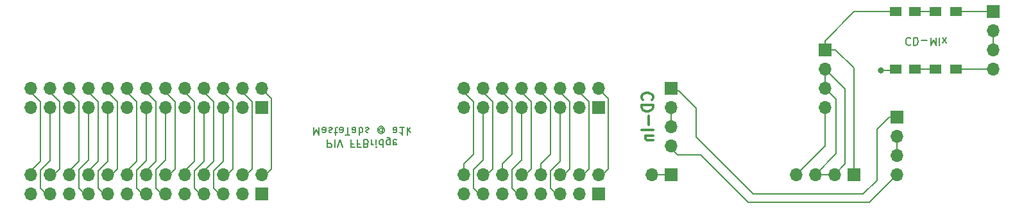
<source format=gbl>
G04 #@! TF.GenerationSoftware,KiCad,Pcbnew,5.1.5*
G04 #@! TF.CreationDate,2020-05-29T23:05:44+02:00*
G04 #@! TF.ProjectId,FFBridge,46464272-6964-4676-952e-6b696361645f,rev?*
G04 #@! TF.SameCoordinates,Original*
G04 #@! TF.FileFunction,Copper,L2,Bot*
G04 #@! TF.FilePolarity,Positive*
%FSLAX46Y46*%
G04 Gerber Fmt 4.6, Leading zero omitted, Abs format (unit mm)*
G04 Created by KiCad (PCBNEW 5.1.5) date 2020-05-29 23:05:44*
%MOMM*%
%LPD*%
G04 APERTURE LIST*
%ADD10C,0.150000*%
%ADD11C,0.300000*%
%ADD12O,1.700000X1.700000*%
%ADD13R,1.700000X1.700000*%
%ADD14R,1.500000X1.300000*%
%ADD15R,1.500000X1.250000*%
%ADD16C,0.800000*%
%ADD17C,0.203200*%
G04 APERTURE END LIST*
D10*
X212606190Y-98829857D02*
X212558571Y-98782238D01*
X212415714Y-98734619D01*
X212320476Y-98734619D01*
X212177619Y-98782238D01*
X212082380Y-98877476D01*
X212034761Y-98972714D01*
X211987142Y-99163190D01*
X211987142Y-99306047D01*
X212034761Y-99496523D01*
X212082380Y-99591761D01*
X212177619Y-99687000D01*
X212320476Y-99734619D01*
X212415714Y-99734619D01*
X212558571Y-99687000D01*
X212606190Y-99639380D01*
X213034761Y-98734619D02*
X213034761Y-99734619D01*
X213272857Y-99734619D01*
X213415714Y-99687000D01*
X213510952Y-99591761D01*
X213558571Y-99496523D01*
X213606190Y-99306047D01*
X213606190Y-99163190D01*
X213558571Y-98972714D01*
X213510952Y-98877476D01*
X213415714Y-98782238D01*
X213272857Y-98734619D01*
X213034761Y-98734619D01*
X214034761Y-99115571D02*
X214796666Y-99115571D01*
X215272857Y-98734619D02*
X215272857Y-99734619D01*
X215606190Y-99020333D01*
X215939523Y-99734619D01*
X215939523Y-98734619D01*
X216415714Y-98734619D02*
X216415714Y-99401285D01*
X216415714Y-99734619D02*
X216368095Y-99687000D01*
X216415714Y-99639380D01*
X216463333Y-99687000D01*
X216415714Y-99734619D01*
X216415714Y-99639380D01*
X216796666Y-98734619D02*
X217320476Y-99401285D01*
X216796666Y-99401285D02*
X217320476Y-98734619D01*
X135660380Y-112259619D02*
X135660380Y-113259619D01*
X136041333Y-113259619D01*
X136136571Y-113212000D01*
X136184190Y-113164380D01*
X136231809Y-113069142D01*
X136231809Y-112926285D01*
X136184190Y-112831047D01*
X136136571Y-112783428D01*
X136041333Y-112735809D01*
X135660380Y-112735809D01*
X136660380Y-112259619D02*
X136660380Y-113259619D01*
X136993714Y-113259619D02*
X137327047Y-112259619D01*
X137660380Y-113259619D01*
X139088952Y-112783428D02*
X138755619Y-112783428D01*
X138755619Y-112259619D02*
X138755619Y-113259619D01*
X139231809Y-113259619D01*
X139946095Y-112783428D02*
X139612761Y-112783428D01*
X139612761Y-112259619D02*
X139612761Y-113259619D01*
X140088952Y-113259619D01*
X140803238Y-112783428D02*
X140946095Y-112735809D01*
X140993714Y-112688190D01*
X141041333Y-112592952D01*
X141041333Y-112450095D01*
X140993714Y-112354857D01*
X140946095Y-112307238D01*
X140850857Y-112259619D01*
X140469904Y-112259619D01*
X140469904Y-113259619D01*
X140803238Y-113259619D01*
X140898476Y-113212000D01*
X140946095Y-113164380D01*
X140993714Y-113069142D01*
X140993714Y-112973904D01*
X140946095Y-112878666D01*
X140898476Y-112831047D01*
X140803238Y-112783428D01*
X140469904Y-112783428D01*
X141469904Y-112259619D02*
X141469904Y-112926285D01*
X141469904Y-112735809D02*
X141517523Y-112831047D01*
X141565142Y-112878666D01*
X141660380Y-112926285D01*
X141755619Y-112926285D01*
X142088952Y-112259619D02*
X142088952Y-112926285D01*
X142088952Y-113259619D02*
X142041333Y-113212000D01*
X142088952Y-113164380D01*
X142136571Y-113212000D01*
X142088952Y-113259619D01*
X142088952Y-113164380D01*
X142993714Y-112259619D02*
X142993714Y-113259619D01*
X142993714Y-112307238D02*
X142898476Y-112259619D01*
X142708000Y-112259619D01*
X142612761Y-112307238D01*
X142565142Y-112354857D01*
X142517523Y-112450095D01*
X142517523Y-112735809D01*
X142565142Y-112831047D01*
X142612761Y-112878666D01*
X142708000Y-112926285D01*
X142898476Y-112926285D01*
X142993714Y-112878666D01*
X143898476Y-112926285D02*
X143898476Y-112116761D01*
X143850857Y-112021523D01*
X143803238Y-111973904D01*
X143708000Y-111926285D01*
X143565142Y-111926285D01*
X143469904Y-111973904D01*
X143898476Y-112307238D02*
X143803238Y-112259619D01*
X143612761Y-112259619D01*
X143517523Y-112307238D01*
X143469904Y-112354857D01*
X143422285Y-112450095D01*
X143422285Y-112735809D01*
X143469904Y-112831047D01*
X143517523Y-112878666D01*
X143612761Y-112926285D01*
X143803238Y-112926285D01*
X143898476Y-112878666D01*
X144755619Y-112307238D02*
X144660380Y-112259619D01*
X144469904Y-112259619D01*
X144374666Y-112307238D01*
X144327047Y-112402476D01*
X144327047Y-112783428D01*
X144374666Y-112878666D01*
X144469904Y-112926285D01*
X144660380Y-112926285D01*
X144755619Y-112878666D01*
X144803238Y-112783428D01*
X144803238Y-112688190D01*
X144327047Y-112592952D01*
X133850857Y-110609619D02*
X133850857Y-111609619D01*
X134184190Y-110895333D01*
X134517523Y-111609619D01*
X134517523Y-110609619D01*
X135422285Y-110609619D02*
X135422285Y-111133428D01*
X135374666Y-111228666D01*
X135279428Y-111276285D01*
X135088952Y-111276285D01*
X134993714Y-111228666D01*
X135422285Y-110657238D02*
X135327047Y-110609619D01*
X135088952Y-110609619D01*
X134993714Y-110657238D01*
X134946095Y-110752476D01*
X134946095Y-110847714D01*
X134993714Y-110942952D01*
X135088952Y-110990571D01*
X135327047Y-110990571D01*
X135422285Y-111038190D01*
X135850857Y-110657238D02*
X135946095Y-110609619D01*
X136136571Y-110609619D01*
X136231809Y-110657238D01*
X136279428Y-110752476D01*
X136279428Y-110800095D01*
X136231809Y-110895333D01*
X136136571Y-110942952D01*
X135993714Y-110942952D01*
X135898476Y-110990571D01*
X135850857Y-111085809D01*
X135850857Y-111133428D01*
X135898476Y-111228666D01*
X135993714Y-111276285D01*
X136136571Y-111276285D01*
X136231809Y-111228666D01*
X136565142Y-111276285D02*
X136946095Y-111276285D01*
X136708000Y-111609619D02*
X136708000Y-110752476D01*
X136755619Y-110657238D01*
X136850857Y-110609619D01*
X136946095Y-110609619D01*
X137708000Y-110609619D02*
X137708000Y-111133428D01*
X137660380Y-111228666D01*
X137565142Y-111276285D01*
X137374666Y-111276285D01*
X137279428Y-111228666D01*
X137708000Y-110657238D02*
X137612761Y-110609619D01*
X137374666Y-110609619D01*
X137279428Y-110657238D01*
X137231809Y-110752476D01*
X137231809Y-110847714D01*
X137279428Y-110942952D01*
X137374666Y-110990571D01*
X137612761Y-110990571D01*
X137708000Y-111038190D01*
X138041333Y-111609619D02*
X138612761Y-111609619D01*
X138327047Y-110609619D02*
X138327047Y-111609619D01*
X139374666Y-110609619D02*
X139374666Y-111133428D01*
X139327047Y-111228666D01*
X139231809Y-111276285D01*
X139041333Y-111276285D01*
X138946095Y-111228666D01*
X139374666Y-110657238D02*
X139279428Y-110609619D01*
X139041333Y-110609619D01*
X138946095Y-110657238D01*
X138898476Y-110752476D01*
X138898476Y-110847714D01*
X138946095Y-110942952D01*
X139041333Y-110990571D01*
X139279428Y-110990571D01*
X139374666Y-111038190D01*
X139850857Y-110609619D02*
X139850857Y-111609619D01*
X139850857Y-111228666D02*
X139946095Y-111276285D01*
X140136571Y-111276285D01*
X140231809Y-111228666D01*
X140279428Y-111181047D01*
X140327047Y-111085809D01*
X140327047Y-110800095D01*
X140279428Y-110704857D01*
X140231809Y-110657238D01*
X140136571Y-110609619D01*
X139946095Y-110609619D01*
X139850857Y-110657238D01*
X140708000Y-110657238D02*
X140803238Y-110609619D01*
X140993714Y-110609619D01*
X141088952Y-110657238D01*
X141136571Y-110752476D01*
X141136571Y-110800095D01*
X141088952Y-110895333D01*
X140993714Y-110942952D01*
X140850857Y-110942952D01*
X140755619Y-110990571D01*
X140708000Y-111085809D01*
X140708000Y-111133428D01*
X140755619Y-111228666D01*
X140850857Y-111276285D01*
X140993714Y-111276285D01*
X141088952Y-111228666D01*
X142946095Y-111085809D02*
X142898476Y-111133428D01*
X142803238Y-111181047D01*
X142708000Y-111181047D01*
X142612761Y-111133428D01*
X142565142Y-111085809D01*
X142517523Y-110990571D01*
X142517523Y-110895333D01*
X142565142Y-110800095D01*
X142612761Y-110752476D01*
X142708000Y-110704857D01*
X142803238Y-110704857D01*
X142898476Y-110752476D01*
X142946095Y-110800095D01*
X142946095Y-111181047D02*
X142946095Y-110800095D01*
X142993714Y-110752476D01*
X143041333Y-110752476D01*
X143136571Y-110800095D01*
X143184190Y-110895333D01*
X143184190Y-111133428D01*
X143088952Y-111276285D01*
X142946095Y-111371523D01*
X142755619Y-111419142D01*
X142565142Y-111371523D01*
X142422285Y-111276285D01*
X142327047Y-111133428D01*
X142279428Y-110942952D01*
X142327047Y-110752476D01*
X142422285Y-110609619D01*
X142565142Y-110514380D01*
X142755619Y-110466761D01*
X142946095Y-110514380D01*
X143088952Y-110609619D01*
X144803238Y-110609619D02*
X144803238Y-111133428D01*
X144755619Y-111228666D01*
X144660380Y-111276285D01*
X144469904Y-111276285D01*
X144374666Y-111228666D01*
X144803238Y-110657238D02*
X144708000Y-110609619D01*
X144469904Y-110609619D01*
X144374666Y-110657238D01*
X144327047Y-110752476D01*
X144327047Y-110847714D01*
X144374666Y-110942952D01*
X144469904Y-110990571D01*
X144708000Y-110990571D01*
X144803238Y-111038190D01*
X145803238Y-110609619D02*
X145231809Y-110609619D01*
X145517523Y-110609619D02*
X145517523Y-111609619D01*
X145422285Y-111466761D01*
X145327047Y-111371523D01*
X145231809Y-111323904D01*
X146231809Y-110609619D02*
X146231809Y-111609619D01*
X146327047Y-110990571D02*
X146612761Y-110609619D01*
X146612761Y-111276285D02*
X146231809Y-110895333D01*
D11*
X178462714Y-106970000D02*
X178534142Y-106898571D01*
X178605571Y-106684285D01*
X178605571Y-106541428D01*
X178534142Y-106327142D01*
X178391285Y-106184285D01*
X178248428Y-106112857D01*
X177962714Y-106041428D01*
X177748428Y-106041428D01*
X177462714Y-106112857D01*
X177319857Y-106184285D01*
X177177000Y-106327142D01*
X177105571Y-106541428D01*
X177105571Y-106684285D01*
X177177000Y-106898571D01*
X177248428Y-106970000D01*
X178605571Y-107612857D02*
X177105571Y-107612857D01*
X177105571Y-107970000D01*
X177177000Y-108184285D01*
X177319857Y-108327142D01*
X177462714Y-108398571D01*
X177748428Y-108470000D01*
X177962714Y-108470000D01*
X178248428Y-108398571D01*
X178391285Y-108327142D01*
X178534142Y-108184285D01*
X178605571Y-107970000D01*
X178605571Y-107612857D01*
X178034142Y-109112857D02*
X178034142Y-110255714D01*
X178605571Y-110970000D02*
X177105571Y-110970000D01*
X177605571Y-111684285D02*
X178605571Y-111684285D01*
X177748428Y-111684285D02*
X177677000Y-111755714D01*
X177605571Y-111898571D01*
X177605571Y-112112857D01*
X177677000Y-112255714D01*
X177819857Y-112327142D01*
X178605571Y-112327142D01*
D12*
X178435000Y-116840000D03*
D13*
X180975000Y-116840000D03*
D12*
X180975000Y-113030000D03*
X180975000Y-110490000D03*
X180975000Y-107950000D03*
D13*
X180975000Y-105410000D03*
D12*
X201295000Y-107950000D03*
X201295000Y-105410000D03*
X201295000Y-102870000D03*
D13*
X201295000Y-100330000D03*
D14*
X215883500Y-102933500D03*
X218583500Y-102933500D03*
X215883500Y-95283500D03*
X218583500Y-95283500D03*
D12*
X223520000Y-102870000D03*
X223520000Y-100330000D03*
X223520000Y-97790000D03*
D13*
X223520000Y-95250000D03*
D12*
X210820000Y-116840000D03*
X210820000Y-114300000D03*
X210820000Y-111760000D03*
D13*
X210820000Y-109220000D03*
D15*
X210649500Y-102933500D03*
X213149500Y-102933500D03*
X210649500Y-95283500D03*
X213149500Y-95283500D03*
D12*
X197485000Y-116840000D03*
X200025000Y-116840000D03*
X202565000Y-116840000D03*
D13*
X205105000Y-116840000D03*
D12*
X153670000Y-116840000D03*
X153670000Y-119380000D03*
X156210000Y-116840000D03*
X156210000Y-119380000D03*
X158750000Y-116840000D03*
X158750000Y-119380000D03*
X161290000Y-116840000D03*
X161290000Y-119380000D03*
X163830000Y-116840000D03*
X163830000Y-119380000D03*
X166370000Y-116840000D03*
X166370000Y-119380000D03*
X168910000Y-116840000D03*
X168910000Y-119380000D03*
X171450000Y-116840000D03*
D13*
X171450000Y-119380000D03*
D12*
X96520000Y-116840000D03*
X96520000Y-119380000D03*
X99060000Y-116840000D03*
X99060000Y-119380000D03*
X101600000Y-116840000D03*
X101600000Y-119380000D03*
X104140000Y-116840000D03*
X104140000Y-119380000D03*
X106680000Y-116840000D03*
X106680000Y-119380000D03*
X109220000Y-116840000D03*
X109220000Y-119380000D03*
X111760000Y-116840000D03*
X111760000Y-119380000D03*
X114300000Y-116840000D03*
X114300000Y-119380000D03*
X116840000Y-116840000D03*
X116840000Y-119380000D03*
X119380000Y-116840000D03*
X119380000Y-119380000D03*
X121920000Y-116840000D03*
X121920000Y-119380000D03*
X124460000Y-116840000D03*
X124460000Y-119380000D03*
X127000000Y-116840000D03*
D13*
X127000000Y-119380000D03*
D12*
X153670000Y-105410000D03*
X153670000Y-107950000D03*
X156210000Y-105410000D03*
X156210000Y-107950000D03*
X158750000Y-105410000D03*
X158750000Y-107950000D03*
X161290000Y-105410000D03*
X161290000Y-107950000D03*
X163830000Y-105410000D03*
X163830000Y-107950000D03*
X166370000Y-105410000D03*
X166370000Y-107950000D03*
X168910000Y-105410000D03*
X168910000Y-107950000D03*
X171450000Y-105410000D03*
D13*
X171450000Y-107950000D03*
D12*
X96520000Y-105410000D03*
X96520000Y-107950000D03*
X99060000Y-105410000D03*
X99060000Y-107950000D03*
X101600000Y-105410000D03*
X101600000Y-107950000D03*
X104140000Y-105410000D03*
X104140000Y-107950000D03*
X106680000Y-105410000D03*
X106680000Y-107950000D03*
X109220000Y-105410000D03*
X109220000Y-107950000D03*
X111760000Y-105410000D03*
X111760000Y-107950000D03*
X114300000Y-105410000D03*
X114300000Y-107950000D03*
X116840000Y-105410000D03*
X116840000Y-107950000D03*
X119380000Y-105410000D03*
X119380000Y-107950000D03*
X121920000Y-105410000D03*
X121920000Y-107950000D03*
X124460000Y-105410000D03*
X124460000Y-107950000D03*
X127000000Y-105410000D03*
D13*
X127000000Y-107950000D03*
D16*
X208661000Y-103060500D03*
D17*
X96520000Y-116332000D02*
X96520000Y-117348000D01*
X97790000Y-115062000D02*
X96520000Y-116332000D01*
X96520000Y-105918000D02*
X97790000Y-107188000D01*
X97790000Y-107188000D02*
X97790000Y-115062000D01*
X210820000Y-114300000D02*
X210820000Y-111760000D01*
X180975000Y-109668919D02*
X180975000Y-108331000D01*
X180975000Y-110871000D02*
X180975000Y-109668919D01*
X178435000Y-116840000D02*
X180975000Y-116840000D01*
X154940000Y-114173000D02*
X153670000Y-115443000D01*
X153670000Y-115443000D02*
X153670000Y-117348000D01*
X153670000Y-105918000D02*
X154940000Y-107188000D01*
X154940000Y-107188000D02*
X154940000Y-114173000D01*
X98210001Y-119038001D02*
X99060000Y-119888000D01*
X97790000Y-118618000D02*
X98210001Y-119038001D01*
X97790000Y-116268500D02*
X97790000Y-118618000D01*
X99060000Y-108458000D02*
X99060000Y-114998500D01*
X99060000Y-114998500D02*
X97790000Y-116268500D01*
X101600000Y-116332000D02*
X101600000Y-117348000D01*
X101600000Y-105918000D02*
X102870000Y-107188000D01*
X102870000Y-115062000D02*
X101600000Y-116332000D01*
X102870000Y-107188000D02*
X102870000Y-115062000D01*
X104140000Y-116332000D02*
X104140000Y-117348000D01*
X104140000Y-105918000D02*
X105410000Y-107188000D01*
X105410000Y-115062000D02*
X104140000Y-116332000D01*
X105410000Y-107188000D02*
X105410000Y-115062000D01*
X102870000Y-118618000D02*
X103290001Y-119038001D01*
X104140000Y-108458000D02*
X104140000Y-114935000D01*
X103290001Y-119038001D02*
X104140000Y-119888000D01*
X102870000Y-116205000D02*
X102870000Y-118618000D01*
X104140000Y-114935000D02*
X102870000Y-116205000D01*
X107529999Y-116498001D02*
X106680000Y-117348000D01*
X107950000Y-116078000D02*
X107529999Y-116498001D01*
X106680000Y-105918000D02*
X107950000Y-107188000D01*
X107950000Y-107188000D02*
X107950000Y-116078000D01*
X105410000Y-116332000D02*
X105410000Y-118618000D01*
X105830001Y-119038001D02*
X106680000Y-119888000D01*
X105410000Y-118618000D02*
X105830001Y-119038001D01*
X106680000Y-108458000D02*
X106680000Y-115062000D01*
X106680000Y-115062000D02*
X105410000Y-116332000D01*
X109220000Y-116332000D02*
X109220000Y-117348000D01*
X110490000Y-115062000D02*
X109220000Y-116332000D01*
X109220000Y-105918000D02*
X110490000Y-107188000D01*
X110490000Y-107188000D02*
X110490000Y-115062000D01*
X111760000Y-116332000D02*
X111760000Y-117348000D01*
X111760000Y-105918000D02*
X113030000Y-107188000D01*
X113030000Y-115062000D02*
X111760000Y-116332000D01*
X113030000Y-107188000D02*
X113030000Y-115062000D01*
X110910001Y-119038001D02*
X111760000Y-119888000D01*
X110490000Y-118618000D02*
X110910001Y-119038001D01*
X110490000Y-116268500D02*
X110490000Y-118618000D01*
X111760000Y-114998500D02*
X110490000Y-116268500D01*
X111760000Y-108458000D02*
X111760000Y-114998500D01*
X115149999Y-116498001D02*
X114300000Y-117348000D01*
X115570000Y-116078000D02*
X115149999Y-116498001D01*
X114300000Y-105918000D02*
X115570000Y-107188000D01*
X115570000Y-107188000D02*
X115570000Y-116078000D01*
X113030000Y-118618000D02*
X113450001Y-119038001D01*
X113030000Y-116205000D02*
X113030000Y-118618000D01*
X113450001Y-119038001D02*
X114300000Y-119888000D01*
X114300000Y-114935000D02*
X113030000Y-116205000D01*
X114300000Y-108458000D02*
X114300000Y-114935000D01*
X118110000Y-115062000D02*
X116840000Y-116332000D01*
X116840000Y-116332000D02*
X116840000Y-117348000D01*
X116840000Y-105918000D02*
X118110000Y-107188000D01*
X118110000Y-107188000D02*
X118110000Y-115062000D01*
X119380000Y-116332000D02*
X119380000Y-117348000D01*
X120650000Y-115062000D02*
X119380000Y-116332000D01*
X119380000Y-105918000D02*
X120650000Y-107188000D01*
X120650000Y-107188000D02*
X120650000Y-115062000D01*
X118530001Y-119038001D02*
X119380000Y-119888000D01*
X118110000Y-118618000D02*
X118530001Y-119038001D01*
X119380000Y-108458000D02*
X119380000Y-115062000D01*
X118110000Y-116332000D02*
X118110000Y-118618000D01*
X119380000Y-115062000D02*
X118110000Y-116332000D01*
X122769999Y-116498001D02*
X121920000Y-117348000D01*
X123190000Y-116078000D02*
X122769999Y-116498001D01*
X121920000Y-105918000D02*
X123190000Y-107188000D01*
X123190000Y-107188000D02*
X123190000Y-116078000D01*
X121070001Y-119038001D02*
X121920000Y-119888000D01*
X120650000Y-116332000D02*
X120650000Y-118618000D01*
X120650000Y-118618000D02*
X121070001Y-119038001D01*
X121920000Y-108458000D02*
X121920000Y-115062000D01*
X121920000Y-115062000D02*
X120650000Y-116332000D01*
X125309999Y-116498001D02*
X124460000Y-117348000D01*
X125730000Y-116078000D02*
X125309999Y-116498001D01*
X124460000Y-105918000D02*
X125730000Y-107188000D01*
X125730000Y-107188000D02*
X125730000Y-116078000D01*
X128270000Y-116078000D02*
X127849999Y-116498001D01*
X128270000Y-106807000D02*
X128270000Y-116078000D01*
X127849999Y-116498001D02*
X127000000Y-117348000D01*
X127000000Y-105918000D02*
X127381000Y-105918000D01*
X127381000Y-105918000D02*
X128270000Y-106807000D01*
X156210000Y-116840000D02*
X156210000Y-117348000D01*
X157059999Y-116498001D02*
X156551999Y-116498001D01*
X156210000Y-105918000D02*
X157480000Y-107188000D01*
X156551999Y-116498001D02*
X156210000Y-116840000D01*
X157480000Y-116078000D02*
X157059999Y-116498001D01*
X157480000Y-107188000D02*
X157480000Y-116078000D01*
X155360001Y-119038001D02*
X156210000Y-119888000D01*
X154940000Y-116205000D02*
X154940000Y-118618000D01*
X154940000Y-118618000D02*
X155360001Y-119038001D01*
X156210000Y-108458000D02*
X156210000Y-114935000D01*
X156210000Y-114935000D02*
X154940000Y-116205000D01*
X160020000Y-114173000D02*
X158750000Y-115443000D01*
X158750000Y-105918000D02*
X160020000Y-107188000D01*
X158750000Y-115443000D02*
X158750000Y-117348000D01*
X160020000Y-107188000D02*
X160020000Y-114173000D01*
X161290000Y-105918000D02*
X162560000Y-107188000D01*
X162139999Y-116498001D02*
X161290000Y-117348000D01*
X162560000Y-116078000D02*
X162139999Y-116498001D01*
X162560000Y-107188000D02*
X162560000Y-116078000D01*
X160440001Y-119038001D02*
X161290000Y-119888000D01*
X160020000Y-118618000D02*
X160440001Y-119038001D01*
X161290000Y-108458000D02*
X161290000Y-114935000D01*
X160020000Y-116205000D02*
X160020000Y-118618000D01*
X161290000Y-114935000D02*
X160020000Y-116205000D01*
X163830000Y-115443000D02*
X163830000Y-117348000D01*
X165100000Y-114173000D02*
X163830000Y-115443000D01*
X163830000Y-105918000D02*
X165100000Y-107188000D01*
X165100000Y-107188000D02*
X165100000Y-114173000D01*
X166370000Y-105918000D02*
X167640000Y-107188000D01*
X167219999Y-116498001D02*
X166370000Y-117348000D01*
X167640000Y-116078000D02*
X167219999Y-116498001D01*
X167640000Y-107188000D02*
X167640000Y-116078000D01*
X165520001Y-119038001D02*
X166370000Y-119888000D01*
X165100000Y-118618000D02*
X165520001Y-119038001D01*
X165100000Y-116332000D02*
X165100000Y-118618000D01*
X166370000Y-108458000D02*
X166370000Y-115062000D01*
X166370000Y-115062000D02*
X165100000Y-116332000D01*
X169759999Y-116498001D02*
X168910000Y-117348000D01*
X170180000Y-116078000D02*
X169759999Y-116498001D01*
X168910000Y-105918000D02*
X170180000Y-107188000D01*
X170180000Y-107188000D02*
X170180000Y-116078000D01*
X172720000Y-116078000D02*
X172299999Y-116498001D01*
X171450000Y-105918000D02*
X171831000Y-105918000D01*
X172299999Y-116498001D02*
X171450000Y-117348000D01*
X172720000Y-106807000D02*
X172720000Y-116078000D01*
X171831000Y-105918000D02*
X172720000Y-106807000D01*
X201362919Y-116840000D02*
X200025000Y-116840000D01*
X202565000Y-116840000D02*
X201362919Y-116840000D01*
X203962000Y-115443000D02*
X202565000Y-116840000D01*
X201295000Y-102870000D02*
X203962000Y-105537000D01*
X203962000Y-105537000D02*
X203962000Y-115443000D01*
X201295000Y-105410000D02*
X201295000Y-102870000D01*
X202755500Y-106870500D02*
X201295000Y-105410000D01*
X200025000Y-116840000D02*
X202755500Y-114109500D01*
X202755500Y-114109500D02*
X202755500Y-106870500D01*
X100330000Y-116078000D02*
X99909999Y-116498001D01*
X99060000Y-105918000D02*
X100330000Y-107188000D01*
X99909999Y-116498001D02*
X99060000Y-117348000D01*
X100330000Y-107188000D02*
X100330000Y-116078000D01*
X205168500Y-95313500D02*
X201295000Y-99187000D01*
X210649500Y-95313500D02*
X205168500Y-95313500D01*
X201295000Y-99187000D02*
X201295000Y-100330000D01*
X205105000Y-102743000D02*
X205105000Y-115786800D01*
X201295000Y-100330000D02*
X202692000Y-100330000D01*
X205105000Y-115786800D02*
X205105000Y-116840000D01*
X202692000Y-100330000D02*
X205105000Y-102743000D01*
X213149500Y-95313500D02*
X215947000Y-95313500D01*
X210586000Y-103060500D02*
X210713000Y-102933500D01*
X208661000Y-103060500D02*
X210586000Y-103060500D01*
X201295000Y-113030000D02*
X197485000Y-116840000D01*
X201295000Y-108458000D02*
X201295000Y-113030000D01*
X213213000Y-102933500D02*
X215883500Y-102933500D01*
X209970001Y-117689999D02*
X210820000Y-116840000D01*
X181824999Y-114260999D02*
X184872999Y-114260999D01*
X180975000Y-113411000D02*
X181824999Y-114260999D01*
X184872999Y-114260999D02*
X191135000Y-120523000D01*
X191135000Y-120523000D02*
X207137000Y-120523000D01*
X207137000Y-120523000D02*
X209970001Y-117689999D01*
X184277000Y-111887000D02*
X191833500Y-119443500D01*
X191833500Y-119443500D02*
X206311500Y-119443500D01*
X206311500Y-119443500D02*
X208153000Y-117602000D01*
X209766800Y-109220000D02*
X210820000Y-109220000D01*
X208153000Y-110833800D02*
X209766800Y-109220000D01*
X208153000Y-117602000D02*
X208153000Y-110833800D01*
X182028200Y-105791000D02*
X180975000Y-105791000D01*
X184277000Y-108039800D02*
X182028200Y-105791000D01*
X184277000Y-111887000D02*
X184277000Y-108039800D01*
X223456500Y-102933500D02*
X223520000Y-102870000D01*
X218583500Y-102933500D02*
X223456500Y-102933500D01*
X223520000Y-99127919D02*
X223520000Y-97790000D01*
X223520000Y-100330000D02*
X223520000Y-99127919D01*
X223456500Y-95313500D02*
X223520000Y-95250000D01*
X218647000Y-95313500D02*
X223456500Y-95313500D01*
M02*

</source>
